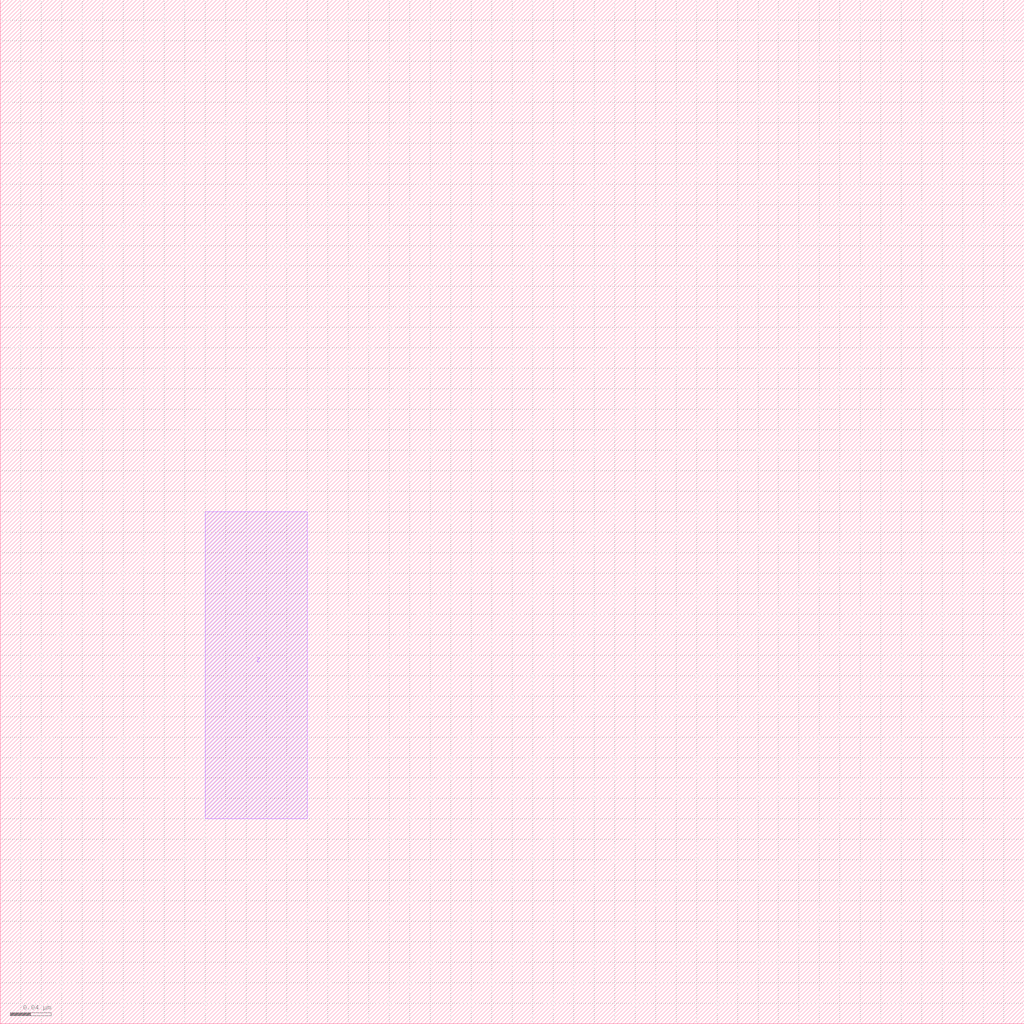
<source format=lef>
MACRO macro1
    CLASS CORE ;
    ORIGIN 0.035 0.235 ;
    SIZE 0.07 BY 0.47 ;
    PIN Z
        PORT
        LAYER M1 ;
        RECT -0.02 0 0.02 0.2 ;
        RECT -0.03 -0.2 0.01 -0.1 ;
        VIA  0.0 0.2 square ;
        VIA  0.01 -0.2 square ;
        END
    END Z
END macro1

MACRO macro2
    CLASS CORE ;
    FOREIGN foreign2 -0.15 0.25 ;
    ORIGIN 0.235 0.035 ;
    SIZE 0.47 BY 0.07 ;
    PIN Z
        PORT
        LAYER M1 ;
        RECT 0 -0.02 -0.2 0.02 ;
        RECT 0.2 -0.03 0.1 0.01 ;
        VIA  -0.2 0.0 square ;
        VIA  0.2 0.01 square ;
        END
    END Z
END macro2

MACRO macro3
    CLASS CORE ;
    FOREIGN macro3 -1.0 1.0 ;
    ORIGIN 0.0 0.0 ;
    SIZE 1.0 BY 1.0 ;
    PIN Z
        PORT
        LAYER M1 ;
        RECT 0.2 0.2 0.3 0.5 ;
        END
    END Z
END macro3


</source>
